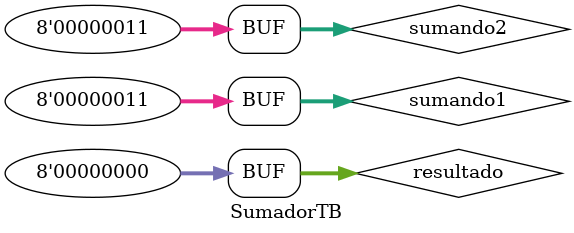
<source format=sv>
module SumadorTB();
	
	logic [7:0]sumando1;
	logic [7:0]sumando2;
	logic	[7:0]resultado;
	
	Sumador DUT(sumando1, sumando2, resultado);
	
	initial begin
		resultado = 0;
		sumando1 = 1;
		sumando2 = 1;
		#2
		sumando1 = 2;
		sumando2 = 2;
		#2
		sumando1 = 3;
		sumando2 = 3;
	end
endmodule
</source>
